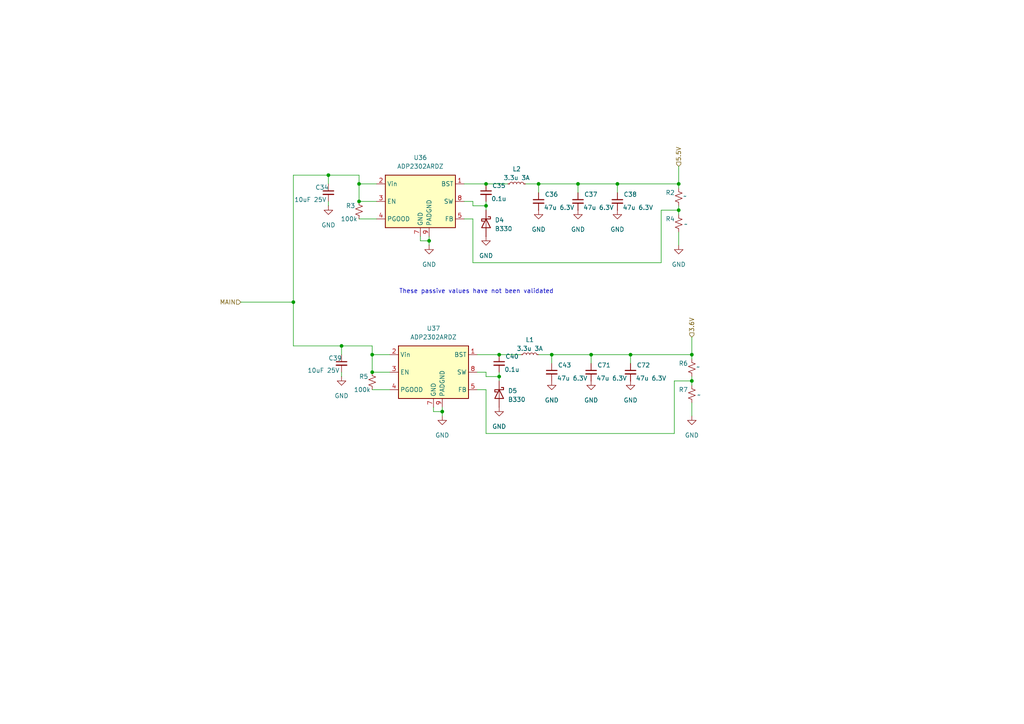
<source format=kicad_sch>
(kicad_sch (version 20250114) (generator "eeschema") (generator_version "9.0")
  (paper "A4")
  (lib_symbols
    (symbol "Device:C_Small" (pin_numbers (hide yes)) (pin_names (offset 0.254) (hide yes))
      (property "Reference" "C" (at 0.254 1.778 0))
      (property "Value" "C_Small" (at 0.254 -2.032 0))
      (symbol "C_Small_0_1"
        (polyline (pts (xy -1.524 0.508) (xy 1.524 0.508)) (stroke (width 0.3048)))
        (polyline (pts (xy -1.524 -0.508) (xy 1.524 -0.508)) (stroke (width 0.3302)))
      )
      (symbol "C_Small_1_1"
        (pin passive line (at 0 2.54 270) (length 2.032) (name "~") (number "1"))
        (pin passive line (at 0 -2.54 90) (length 2.032) (name "~") (number "2"))
      )
    )
    (symbol "Device:L_Small" (pin_numbers (hide yes)) (pin_names (offset 0.254) (hide yes))
      (property "Reference" "L" (at 0.762 1.016 0))
      (property "Value" "L_Small" (at 0.762 -1.016 0))
      (symbol "L_Small_0_1"
        (arc (start 0 2.032) (mid 0.5058 1.524) (end 0 1.016))
        (arc (start 0 1.016) (mid 0.5058 0.508) (end 0 0))
        (arc (start 0 0) (mid 0.5058 -0.508) (end 0 -1.016))
        (arc (start 0 -1.016) (mid 0.5058 -1.524) (end 0 -2.032))
      )
      (symbol "L_Small_1_1"
        (pin passive line (at 0 2.54 270) (length 0.508) (name "~") (number "1"))
        (pin passive line (at 0 -2.54 90) (length 0.508) (name "~") (number "2"))
      )
    )
    (symbol "Device:R_Small_US" (pin_numbers (hide yes)) (pin_names (offset 0.254) (hide yes))
      (property "Reference" "R" (at 0.762 0.508 0))
      (property "Value" "R_Small_US" (at 0.762 -1.016 0))
      (symbol "R_Small_US_1_1"
        (polyline (pts (xy 0 1.524) (xy 1.016 1.143) (xy 0 0.762) (xy -1.016 0.381) (xy 0 0)))
        (polyline (pts (xy 0 0) (xy 1.016 -0.381) (xy 0 -0.762) (xy -1.016 -1.143) (xy 0 -1.524)))
        (pin passive line (at 0 2.54 270) (length 1.016) (name "~") (number "1"))
        (pin passive line (at 0 -2.54 90) (length 1.016) (name "~") (number "2"))
      )
    )
    (symbol "Diode:B330" (pin_numbers (hide yes)) (pin_names (offset 1.016) (hide yes))
      (property "Reference" "D" (at 0 2.54 0))
      (property "Value" "B330" (at 0 -2.54 0))
      (symbol "B330_0_1"
        (polyline (pts (xy -1.905 0.635) (xy -1.905 1.27) (xy -1.27 1.27) (xy -1.27 -1.27) (xy -0.635 -1.27) (xy -0.635 -0.635)) (stroke (width 0.254)))
        (polyline (pts (xy 1.27 1.27) (xy 1.27 -1.27) (xy -1.27 0) (xy 1.27 1.27)) (stroke (width 0.254)))
        (polyline (pts (xy 1.27 0) (xy -1.27 0)))
      )
      (symbol "B330_1_1"
        (pin passive line (at -3.81 0 0) (length 2.54) (name "K") (number "1"))
        (pin passive line (at 3.81 0 180) (length 2.54) (name "A") (number "2"))
      )
    )
    (symbol "Regulator_Switching:ADP2302ARDZ"
      (property "Reference" "U" (at -10.16 8.89 0))
      (property "Value" "ADP2302ARDZ" (at -3.81 8.89 0))
      (symbol "ADP2302ARDZ_0_1"
        (rectangle (start -10.16 7.62) (end 10.16 -7.62) (stroke (width 0.254)) (fill (type background)))
      )
      (symbol "ADP2302ARDZ_1_1"
        (pin power_in line (at -12.7 5.08 0) (length 2.54) (name "Vin") (number "2"))
        (pin input line (at -12.7 0 0) (length 2.54) (name "EN") (number "3"))
        (pin output line (at -12.7 -5.08 0) (length 2.54) (name "PGOOD") (number "4"))
        (pin no_connect line (at -10.16 2.54 0) (length 2.54) (hide yes) (name "NC") (number "6"))
        (pin power_in line (at 0 -10.16 90) (length 2.54) (name "GND") (number "7"))
        (pin power_in line (at 2.54 -10.16 90) (length 2.54) (name "PADGND") (number "9"))
        (pin input line (at 12.7 5.08 180) (length 2.54) (name "BST") (number "1"))
        (pin power_out line (at 12.7 0 180) (length 2.54) (name "SW") (number "8"))
        (pin input line (at 12.7 -5.08 180) (length 2.54) (name "FB") (number "5"))
      )
    )
    (symbol "power:GND" (power) (pin_numbers (hide yes)) (pin_names (offset 0) (hide yes))
      (property "Value" "GND" (at 0 -3.81 0))
      (symbol "GND_0_1"
        (polyline (pts (xy 0 0) (xy 0 -1.27) (xy 1.27 -1.27) (xy 0 -2.54) (xy -1.27 -1.27) (xy 0 -1.27)))
      )
      (symbol "GND_1_1"
        (pin power_in line (at 0 0 270) (length 0) (name "~") (number "1"))
      )
    )
  )
  (text "These passive values have not been validated" (at 138.176 84.582 0) (effects (font (size 1.27 1.27))))
  (junction (at 196.85 60.96))
  (junction (at 140.97 59.69))
  (junction (at 160.02 102.87))
  (junction (at 85.09 87.63))
  (junction (at 200.66 102.87))
  (junction (at 99.06 100.33))
  (junction (at 182.88 102.87))
  (junction (at 128.27 119.38))
  (junction (at 104.14 58.42))
  (junction (at 179.07 53.34))
  (junction (at 144.78 102.87))
  (junction (at 104.14 53.34))
  (junction (at 196.85 53.34))
  (junction (at 171.45 102.87))
  (junction (at 156.21 53.34))
  (junction (at 107.95 107.95))
  (junction (at 144.78 109.22))
  (junction (at 200.66 110.49))
  (junction (at 95.25 50.8))
  (junction (at 107.95 102.87))
  (junction (at 167.64 53.34))
  (junction (at 140.97 53.34))
  (junction (at 124.46 69.85))
  (wire (pts (xy 200.66 104.14) (xy 200.66 102.87)))
  (wire (pts (xy 200.66 116.84) (xy 200.66 120.65)))
  (wire (pts (xy 140.97 109.22) (xy 144.78 109.22)))
  (wire (pts (xy 107.95 100.33) (xy 107.95 102.87)))
  (wire (pts (xy 124.46 69.85) (xy 124.46 71.12)))
  (wire (pts (xy 85.09 87.63) (xy 85.09 50.8)))
  (wire (pts (xy 125.73 118.11) (xy 125.73 119.38)))
  (wire (pts (xy 144.78 110.49) (xy 144.78 109.22)))
  (wire (pts (xy 95.25 58.42) (xy 95.25 59.69)))
  (wire (pts (xy 140.97 53.34) (xy 147.32 53.34)))
  (wire (pts (xy 140.97 60.96) (xy 140.97 59.69)))
  (wire (pts (xy 107.95 107.95) (xy 107.95 102.87)))
  (wire (pts (xy 128.27 119.38) (xy 128.27 120.65)))
  (wire (pts (xy 196.85 48.26) (xy 196.85 53.34)))
  (wire (pts (xy 196.85 54.61) (xy 196.85 53.34)))
  (wire (pts (xy 137.16 76.2) (xy 137.16 63.5)))
  (wire (pts (xy 195.58 125.73) (xy 195.58 110.49)))
  (wire (pts (xy 104.14 53.34) (xy 109.22 53.34)))
  (wire (pts (xy 107.95 100.33) (xy 99.06 100.33)))
  (wire (pts (xy 156.21 102.87) (xy 160.02 102.87)))
  (wire (pts (xy 85.09 87.63) (xy 69.85 87.63)))
  (wire (pts (xy 138.43 102.87) (xy 144.78 102.87)))
  (wire (pts (xy 200.66 110.49) (xy 200.66 111.76)))
  (wire (pts (xy 179.07 53.34) (xy 179.07 55.88)))
  (wire (pts (xy 137.16 63.5) (xy 134.62 63.5)))
  (wire (pts (xy 167.64 53.34) (xy 179.07 53.34)))
  (wire (pts (xy 104.14 50.8) (xy 95.25 50.8)))
  (wire (pts (xy 99.06 107.95) (xy 99.06 109.22)))
  (wire (pts (xy 104.14 63.5) (xy 109.22 63.5)))
  (wire (pts (xy 195.58 110.49) (xy 200.66 110.49)))
  (wire (pts (xy 200.66 97.79) (xy 200.66 102.87)))
  (wire (pts (xy 107.95 107.95) (xy 113.03 107.95)))
  (wire (pts (xy 171.45 102.87) (xy 171.45 105.41)))
  (wire (pts (xy 140.97 125.73) (xy 140.97 113.03)))
  (wire (pts (xy 196.85 60.96) (xy 196.85 62.23)))
  (wire (pts (xy 196.85 53.34) (xy 179.07 53.34)))
  (wire (pts (xy 160.02 102.87) (xy 160.02 105.41)))
  (wire (pts (xy 200.66 102.87) (xy 182.88 102.87)))
  (wire (pts (xy 99.06 100.33) (xy 85.09 100.33)))
  (wire (pts (xy 104.14 58.42) (xy 109.22 58.42)))
  (wire (pts (xy 144.78 102.87) (xy 151.13 102.87)))
  (wire (pts (xy 85.09 100.33) (xy 85.09 87.63)))
  (wire (pts (xy 156.21 53.34) (xy 156.21 55.88)))
  (wire (pts (xy 128.27 118.11) (xy 128.27 119.38)))
  (wire (pts (xy 138.43 107.95) (xy 140.97 107.95)))
  (wire (pts (xy 134.62 58.42) (xy 137.16 58.42)))
  (wire (pts (xy 137.16 76.2) (xy 191.77 76.2)))
  (wire (pts (xy 137.16 59.69) (xy 140.97 59.69)))
  (wire (pts (xy 200.66 109.22) (xy 200.66 110.49)))
  (wire (pts (xy 160.02 102.87) (xy 171.45 102.87)))
  (wire (pts (xy 171.45 102.87) (xy 182.88 102.87)))
  (wire (pts (xy 124.46 68.58) (xy 124.46 69.85)))
  (wire (pts (xy 167.64 53.34) (xy 167.64 55.88)))
  (wire (pts (xy 182.88 102.87) (xy 182.88 105.41)))
  (wire (pts (xy 121.92 68.58) (xy 121.92 69.85)))
  (wire (pts (xy 156.21 53.34) (xy 167.64 53.34)))
  (wire (pts (xy 140.97 113.03) (xy 138.43 113.03)))
  (wire (pts (xy 104.14 58.42) (xy 104.14 53.34)))
  (wire (pts (xy 95.25 50.8) (xy 95.25 53.34)))
  (wire (pts (xy 85.09 50.8) (xy 95.25 50.8)))
  (wire (pts (xy 99.06 100.33) (xy 99.06 102.87)))
  (wire (pts (xy 196.85 59.69) (xy 196.85 60.96)))
  (wire (pts (xy 104.14 50.8) (xy 104.14 53.34)))
  (wire (pts (xy 144.78 109.22) (xy 144.78 107.95)))
  (wire (pts (xy 191.77 76.2) (xy 191.77 60.96)))
  (wire (pts (xy 107.95 113.03) (xy 113.03 113.03)))
  (wire (pts (xy 128.27 119.38) (xy 125.73 119.38)))
  (wire (pts (xy 124.46 69.85) (xy 121.92 69.85)))
  (wire (pts (xy 152.4 53.34) (xy 156.21 53.34)))
  (wire (pts (xy 137.16 58.42) (xy 137.16 59.69)))
  (wire (pts (xy 134.62 53.34) (xy 140.97 53.34)))
  (wire (pts (xy 140.97 107.95) (xy 140.97 109.22)))
  (wire (pts (xy 140.97 125.73) (xy 195.58 125.73)))
  (wire (pts (xy 191.77 60.96) (xy 196.85 60.96)))
  (wire (pts (xy 196.85 67.31) (xy 196.85 71.12)))
  (wire (pts (xy 107.95 102.87) (xy 113.03 102.87)))
  (wire (pts (xy 140.97 59.69) (xy 140.97 58.42)))
  (hierarchical_label "MAIN" (shape input) (at 69.85 87.63 180))
  (hierarchical_label "3.6V" (shape input) (at 200.66 97.79 90))
  (hierarchical_label "5.5V" (shape input) (at 196.85 48.26 90))
  (symbol (lib_id "power:GND") (at 156.21 60.96 0) (unit 1)
    (property "Reference" "#PWR036" (effects (hide yes)))
    (property "Value" "GND" (at 156.21 66.548 0))
  )
  (symbol (lib_id "Device:C_Small") (at 95.25 55.88 0) (unit 1)
    (property "Reference" "C34" (at 91.44 54.356 0) (effects (justify left)))
    (property "Value" "10uF 25V" (at 85.344 57.912 0) (effects (justify left)))
    (property "Footprint" "Capacitor_SMD:C_0603_1608Metric" (effects (hide yes)))
  )
  (symbol (lib_id "power:GND") (at 95.25 59.69 0) (unit 1)
    (property "Reference" "#PWR032" (effects (hide yes)))
    (property "Value" "GND" (at 95.25 65.278 0))
  )
  (symbol (lib_id "Device:R_Small_US") (at 104.14 60.96 0) (unit 1)
    (property "Reference" "R3" (at 100.33 59.69 0) (effects (justify left)))
    (property "Value" "100k" (at 98.806 63.5 0) (effects (justify left)))
    (property "Footprint" "Resistor_SMD:R_0603_1608Metric" (effects (hide yes)))
  )
  (symbol (lib_id "Device:R_Small_US") (at 196.85 64.77 0) (unit 1)
    (property "Reference" "R4" (at 193.04 63.5 0) (effects (justify left)))
    (property "Value" "~" (at 198.374 65.024 0) (effects (justify left)))
    (property "Footprint" "Resistor_SMD:R_0603_1608Metric" (effects (hide yes)))
  )
  (symbol (lib_id "Regulator_Switching:ADP2302ARDZ") (at 121.92 58.42 0) (unit 1)
    (property "Reference" "U36" (at 121.92 45.72 0))
    (property "Value" "ADP2302ARDZ" (at 121.92 48.26 0))
    (property "Footprint" "Package_SO:SOIC-8-1EP_3.9x4.9mm_P1.27mm_EP2.29x3mm" (effects (hide yes)))
    (property "Datasheet" "https://www.analog.com/media/en/technical-documentation/data-sheets/ADP2302_2303.pdf" (effects (hide yes)))
    (property "Description" "Nonsynchronous Step-Down Regulator 2 Amp Vout Adjustable SOIC-8" (effects (hide yes)))
  )
  (symbol (lib_id "Device:R_Small_US") (at 200.66 106.68 0) (unit 1)
    (property "Reference" "R6" (at 196.85 105.41 0) (effects (justify left)))
    (property "Value" "~" (at 201.93 106.426 0) (effects (justify left)))
    (property "Footprint" "Resistor_SMD:R_0603_1608Metric" (effects (hide yes)))
  )
  (symbol (lib_id "Device:R_Small_US") (at 196.85 57.15 0) (unit 1)
    (property "Reference" "R2" (at 193.04 55.88 0) (effects (justify left)))
    (property "Value" "~" (at 198.12 56.896 0) (effects (justify left)))
    (property "Footprint" "Resistor_SMD:R_0603_1608Metric" (effects (hide yes)))
  )
  (symbol (lib_id "power:GND") (at 167.64 60.96 0) (unit 1)
    (property "Reference" "#PWR037" (effects (hide yes)))
    (property "Value" "GND" (at 167.64 66.548 0))
  )
  (symbol (lib_id "Device:C_Small") (at 167.64 58.42 0) (unit 1)
    (property "Reference" "C37" (at 169.418 56.388 0) (effects (justify left)))
    (property "Value" "47u 6.3V" (at 169.164 60.198 0) (effects (justify left)))
    (property "Footprint" "Capacitor_SMD:C_0603_1608Metric" (effects (hide yes)))
  )
  (symbol (lib_id "Device:L_Small") (at 149.86 53.34 90) (unit 1)
    (property "Reference" "L2" (at 149.86 49.022 90))
    (property "Value" "3.3u 3A" (at 149.86 51.562 90))
    (property "Footprint" "Inductor_SMD:L_Abracon_ASPI-0630LR" (effects (hide yes)))
    (property "Datasheet" "https://www.digikey.com/en/htmldatasheets/production/1605599/0/0/1/aspi-0630lr-drawing.html" (effects (hide yes)))
  )
  (symbol (lib_id "Device:C_Small") (at 182.88 107.95 0) (unit 1)
    (property "Reference" "C72" (at 184.658 105.918 0) (effects (justify left)))
    (property "Value" "47u 6.3V" (at 184.404 109.728 0) (effects (justify left)))
    (property "Footprint" "Capacitor_SMD:C_0603_1608Metric" (effects (hide yes)))
  )
  (symbol (lib_id "Diode:B330") (at 144.78 114.3 270) (unit 1)
    (property "Reference" "D5" (at 147.32 113.3475 90) (effects (justify left)))
    (property "Value" "B330" (at 147.32 115.8875 90) (effects (justify left)))
    (property "Footprint" "Diode_SMD:D_SMC" (effects (hide yes)))
    (property "Datasheet" "http://www.jameco.com/Jameco/Products/ProdDS/1538777.pdf" (effects (hide yes)))
  )
  (symbol (lib_id "power:GND") (at 171.45 110.49 0) (unit 1)
    (property "Reference" "#PWR046" (effects (hide yes)))
    (property "Value" "GND" (at 171.45 116.078 0))
  )
  (symbol (lib_id "Device:C_Small") (at 144.78 105.41 0) (unit 1)
    (property "Reference" "C40" (at 146.558 103.378 0) (effects (justify left)))
    (property "Value" "0.1u" (at 146.304 107.188 0) (effects (justify left)))
    (property "Footprint" "Capacitor_SMD:C_0603_1608Metric" (effects (hide yes)))
  )
  (symbol (lib_id "Device:C_Small") (at 140.97 55.88 0) (unit 1)
    (property "Reference" "C35" (at 142.748 53.848 0) (effects (justify left)))
    (property "Value" "0.1u" (at 142.494 57.658 0) (effects (justify left)))
    (property "Footprint" "Capacitor_SMD:C_0603_1608Metric" (effects (hide yes)))
  )
  (symbol (lib_id "Device:C_Small") (at 156.21 58.42 0) (unit 1)
    (property "Reference" "C36" (at 157.988 56.388 0) (effects (justify left)))
    (property "Value" "47u 6.3V" (at 157.734 60.198 0) (effects (justify left)))
    (property "Footprint" "Capacitor_SMD:C_0603_1608Metric" (effects (hide yes)))
  )
  (symbol (lib_id "Regulator_Switching:ADP2302ARDZ") (at 125.73 107.95 0) (unit 1)
    (property "Reference" "U37" (at 125.73 95.25 0))
    (property "Value" "ADP2302ARDZ" (at 125.73 97.79 0))
    (property "Footprint" "Package_SO:SOIC-8-1EP_3.9x4.9mm_P1.27mm_EP2.29x3mm" (effects (hide yes)))
    (property "Datasheet" "https://www.analog.com/media/en/technical-documentation/data-sheets/ADP2302_2303.pdf" (effects (hide yes)))
    (property "Description" "Nonsynchronous Step-Down Regulator 2 Amp Vout Adjustable SOIC-8" (effects (hide yes)))
  )
  (symbol (lib_id "power:GND") (at 128.27 120.65 0) (unit 1)
    (property "Reference" "#PWR043" (effects (hide yes)))
    (property "Value" "GND" (at 128.27 126.238 0))
  )
  (symbol (lib_id "Device:R_Small_US") (at 200.66 114.3 0) (unit 1)
    (property "Reference" "R7" (at 196.85 113.03 0) (effects (justify left)))
    (property "Value" "~" (at 202.184 114.554 0) (effects (justify left)))
    (property "Footprint" "Resistor_SMD:R_0603_1608Metric" (effects (hide yes)))
  )
  (symbol (lib_id "Device:C_Small") (at 179.07 58.42 0) (unit 1)
    (property "Reference" "C38" (at 180.848 56.388 0) (effects (justify left)))
    (property "Value" "47u 6.3V" (at 180.594 60.198 0) (effects (justify left)))
    (property "Footprint" "Capacitor_SMD:C_0603_1608Metric" (effects (hide yes)))
  )
  (symbol (lib_id "power:GND") (at 144.78 118.11 0) (unit 1)
    (property "Reference" "#PWR044" (effects (hide yes)))
    (property "Value" "GND" (at 144.78 123.698 0))
  )
  (symbol (lib_id "power:GND") (at 99.06 109.22 0) (unit 1)
    (property "Reference" "#PWR041" (effects (hide yes)))
    (property "Value" "GND" (at 99.06 114.808 0))
  )
  (symbol (lib_id "power:GND") (at 160.02 110.49 0) (unit 1)
    (property "Reference" "#PWR045" (effects (hide yes)))
    (property "Value" "GND" (at 160.02 116.078 0))
  )
  (symbol (lib_id "Device:C_Small") (at 99.06 105.41 0) (unit 1)
    (property "Reference" "C39" (at 95.25 103.886 0) (effects (justify left)))
    (property "Value" "10uF 25V" (at 89.154 107.442 0) (effects (justify left)))
    (property "Footprint" "Capacitor_SMD:C_0603_1608Metric" (effects (hide yes)))
  )
  (symbol (lib_id "Device:L_Small") (at 153.67 102.87 90) (unit 1)
    (property "Reference" "L1" (at 153.67 98.552 90))
    (property "Value" "3.3u 3A" (at 153.67 101.092 90))
    (property "Footprint" "Inductor_SMD:L_Abracon_ASPI-0630LR" (effects (hide yes)))
    (property "Datasheet" "https://www.digikey.com/en/htmldatasheets/production/1605599/0/0/1/aspi-0630lr-drawing.html" (effects (hide yes)))
  )
  (symbol (lib_id "power:GND") (at 200.66 120.65 0) (unit 1)
    (property "Reference" "#PWR049" (effects (hide yes)))
    (property "Value" "GND" (at 200.66 126.238 0))
  )
  (symbol (lib_id "Device:C_Small") (at 160.02 107.95 0) (unit 1)
    (property "Reference" "C43" (at 161.798 105.918 0) (effects (justify left)))
    (property "Value" "47u 6.3V" (at 161.544 109.728 0) (effects (justify left)))
    (property "Footprint" "Capacitor_SMD:C_0603_1608Metric" (effects (hide yes)))
  )
  (symbol (lib_id "Device:C_Small") (at 171.45 107.95 0) (unit 1)
    (property "Reference" "C71" (at 173.228 105.918 0) (effects (justify left)))
    (property "Value" "47u 6.3V" (at 172.974 109.728 0) (effects (justify left)))
    (property "Footprint" "Capacitor_SMD:C_0603_1608Metric" (effects (hide yes)))
  )
  (symbol (lib_id "power:GND") (at 140.97 68.58 0) (unit 1)
    (property "Reference" "#PWR035" (effects (hide yes)))
    (property "Value" "GND" (at 140.97 74.168 0))
  )
  (symbol (lib_id "Diode:B330") (at 140.97 64.77 270) (unit 1)
    (property "Reference" "D4" (at 143.51 63.8175 90) (effects (justify left)))
    (property "Value" "B330" (at 143.51 66.3575 90) (effects (justify left)))
    (property "Footprint" "Diode_SMD:D_SMC" (effects (hide yes)))
    (property "Datasheet" "http://www.jameco.com/Jameco/Products/ProdDS/1538777.pdf" (effects (hide yes)))
  )
  (symbol (lib_id "power:GND") (at 124.46 71.12 0) (unit 1)
    (property "Reference" "#PWR034" (effects (hide yes)))
    (property "Value" "GND" (at 124.46 76.708 0))
  )
  (symbol (lib_id "Device:R_Small_US") (at 107.95 110.49 0) (unit 1)
    (property "Reference" "R5" (at 104.14 109.22 0) (effects (justify left)))
    (property "Value" "100k" (at 102.616 113.03 0) (effects (justify left)))
    (property "Footprint" "Resistor_SMD:R_0603_1608Metric" (effects (hide yes)))
  )
  (symbol (lib_id "power:GND") (at 182.88 110.49 0) (unit 1)
    (property "Reference" "#PWR047" (effects (hide yes)))
    (property "Value" "GND" (at 182.88 116.078 0))
  )
  (symbol (lib_id "power:GND") (at 179.07 60.96 0) (unit 1)
    (property "Reference" "#PWR038" (effects (hide yes)))
    (property "Value" "GND" (at 179.07 66.548 0))
  )
  (symbol (lib_id "power:GND") (at 196.85 71.12 0) (unit 1)
    (property "Reference" "#PWR040" (effects (hide yes)))
    (property "Value" "GND" (at 196.85 76.708 0))
  )
)
</source>
